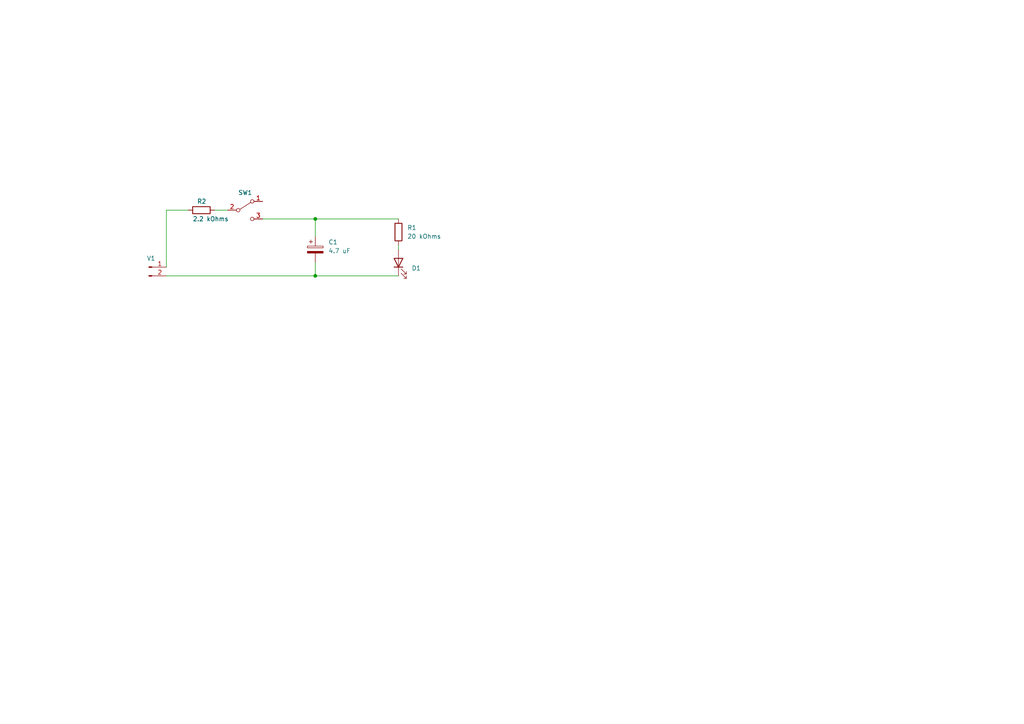
<source format=kicad_sch>
(kicad_sch (version 20211123) (generator eeschema)
  (paper "A4")
  (lib_symbols
    (symbol "Connector:Conn_01x02_Male" (pin_names (offset 1.016) hide)
      (property "Reference" "J" (at 0 2.54 0))
      (property "Value" "Conn_01x02_Male" (at 0 -5.08 0))
      (symbol "Conn_01x02_Male_1_1"
        (polyline (pts (xy 1.27 -2.54) (xy 0.8636 -2.54)) (stroke (width 0.1524)))
        (polyline (pts (xy 1.27 0) (xy 0.8636 0)) (stroke (width 0.1524)))
        (rectangle (start 0.8636 -2.413) (end 0 -2.667) (stroke (width 0.1524)) (fill (type outline)))
        (rectangle (start 0.8636 0.127) (end 0 -0.127) (stroke (width 0.1524)) (fill (type outline)))
        (pin passive line (at 5.08 0 180) (length 3.81) (name "Pin_1") (number "1"))
        (pin passive line (at 5.08 -2.54 180) (length 3.81) (name "Pin_2") (number "2"))
      )
    )
    (symbol "Device:C_Polarized" (pin_numbers hide) (pin_names (offset 0.254))
      (property "Reference" "C" (at 0.635 2.54 0))
      (property "Value" "C_Polarized" (at 0.635 -2.54 0))
      (symbol "C_Polarized_0_1"
        (rectangle (start -2.286 0.508) (end 2.286 1.016))
        (polyline (pts (xy -1.778 2.286) (xy -0.762 2.286)))
        (polyline (pts (xy -1.27 2.794) (xy -1.27 1.778)))
        (rectangle (start 2.286 -0.508) (end -2.286 -1.016) (fill (type outline)))
      )
      (symbol "C_Polarized_1_1"
        (pin passive line (at 0 3.81 270) (length 2.794) (name "~") (number "1"))
        (pin passive line (at 0 -3.81 90) (length 2.794) (name "~") (number "2"))
      )
    )
    (symbol "Device:LED" (pin_numbers hide) (pin_names (offset 1.016) hide)
      (property "Reference" "D" (at 0 2.54 0))
      (property "Value" "LED" (at 0 -2.54 0))
      (symbol "LED_0_1"
        (polyline (pts (xy -1.27 -1.27) (xy -1.27 1.27)) (stroke (width 0.254)))
        (polyline (pts (xy -1.27 0) (xy 1.27 0)))
        (polyline (pts (xy 1.27 -1.27) (xy 1.27 1.27) (xy -1.27 0) (xy 1.27 -1.27)) (stroke (width 0.254)))
        (polyline (pts (xy -3.048 -0.762) (xy -4.572 -2.286) (xy -3.81 -2.286) (xy -4.572 -2.286) (xy -4.572 -1.524)))
        (polyline (pts (xy -1.778 -0.762) (xy -3.302 -2.286) (xy -2.54 -2.286) (xy -3.302 -2.286) (xy -3.302 -1.524)))
      )
      (symbol "LED_1_1"
        (pin passive line (at -3.81 0 0) (length 2.54) (name "K") (number "1"))
        (pin passive line (at 3.81 0 180) (length 2.54) (name "A") (number "2"))
      )
    )
    (symbol "Device:R" (pin_numbers hide) (pin_names (offset 0))
      (property "Reference" "R" (at 2.032 0 90))
      (property "Value" "R" (at 0 0 90))
      (symbol "R_0_1"
        (rectangle (start -1.016 -2.54) (end 1.016 2.54) (stroke (width 0.254)))
      )
      (symbol "R_1_1"
        (pin passive line (at 0 3.81 270) (length 1.27) (name "~") (number "1"))
        (pin passive line (at 0 -3.81 90) (length 1.27) (name "~") (number "2"))
      )
    )
    (symbol "Switch:SW_SPDT" (pin_names (offset 0) hide)
      (property "Reference" "SW" (at 0 4.318 0))
      (property "Value" "SW_SPDT" (at 0 -5.08 0))
      (symbol "SW_SPDT_0_0"
        (circle (center -2.032 0) (radius 0.508))
        (circle (center 2.032 -2.54) (radius 0.508))
      )
      (symbol "SW_SPDT_0_1"
        (polyline (pts (xy -1.524 0.254) (xy 1.651 2.286)))
        (circle (center 2.032 2.54) (radius 0.508))
      )
      (symbol "SW_SPDT_1_1"
        (pin passive line (at 5.08 2.54 180) (length 2.54) (name "A") (number "1"))
        (pin passive line (at -5.08 0 0) (length 2.54) (name "B") (number "2"))
        (pin passive line (at 5.08 -2.54 180) (length 2.54) (name "C") (number "3"))
      )
    )
  )
  (junction (at 91.44 63.5))
  (junction (at 91.44 80.01))
  (wire (pts (xy 115.57 63.5) (xy 91.44 63.5)))
  (wire (pts (xy 48.26 77.47) (xy 48.26 60.96)))
  (wire (pts (xy 48.26 80.01) (xy 91.44 80.01)))
  (wire (pts (xy 62.23 60.96) (xy 66.04 60.96)))
  (wire (pts (xy 91.44 80.01) (xy 115.57 80.01)))
  (wire (pts (xy 91.44 80.01) (xy 91.44 76.2)))
  (wire (pts (xy 48.26 60.96) (xy 54.61 60.96)))
  (wire (pts (xy 115.57 71.12) (xy 115.57 72.39)))
  (wire (pts (xy 91.44 63.5) (xy 91.44 68.58)))
  (wire (pts (xy 76.2 63.5) (xy 91.44 63.5)))
  (symbol (lib_id "Connector:Conn_01x02_Male") (at 43.18 77.47 0) (unit 1)
    (property "Reference" "V1" (at 43.815 74.93 0))
    (property "Value" "9V" (effects hide))
  )
  (symbol (lib_id "Device:R") (at 58.42 60.96 90) (unit 1)
    (property "Reference" "R2" (at 57.1499 58.42 90) (effects (justify right)))
    (property "Value" "2.2 kOhms" (at 55.88 63.5 90) (effects (justify right)))
  )
  (symbol (lib_id "Device:LED") (at 115.57 76.2 90) (unit 1)
    (property "Reference" "D1" (at 119.38 77.7874 90) (effects (justify right)))
    (property "Value" "LED" (effects hide))
  )
  (symbol (lib_id "Switch:SW_SPDT") (at 71.12 60.96 0) (unit 1)
    (property "Reference" "SW1" (at 71.12 55.88 0))
    (property "Value" "SW_SPDT" (effects hide))
  )
  (symbol (lib_id "Device:R") (at 115.57 67.31 0) (unit 1)
    (property "Reference" "R1" (at 118.11 66.0399 0) (effects (justify left)))
    (property "Value" "20 kOhms" (at 118.11 68.5799 0) (effects (justify left)))
  )
  (symbol (lib_id "Device:C_Polarized") (at 91.44 72.39 0) (unit 1)
    (property "Reference" "C1" (at 95.25 70.2309 0) (effects (justify left)))
    (property "Value" "4.7 uF" (at 95.25 72.7709 0) (effects (justify left)))
  )
)
</source>
